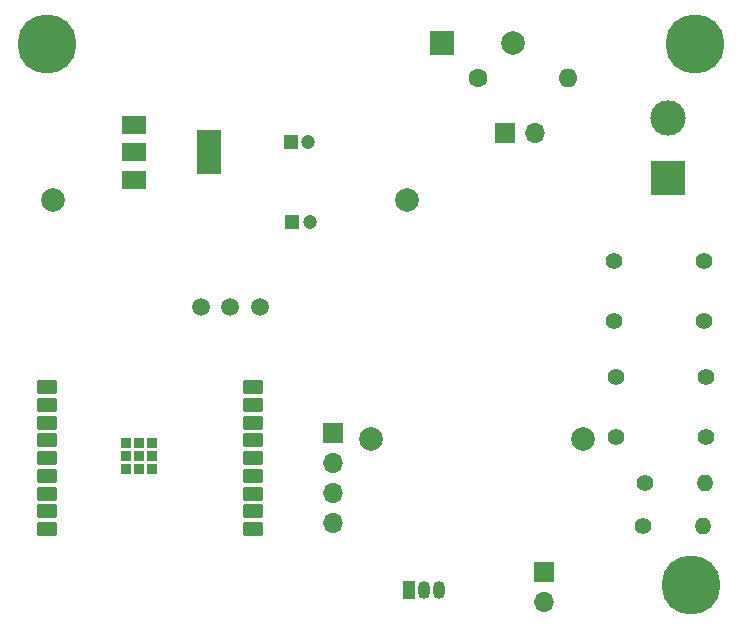
<source format=gbr>
%TF.GenerationSoftware,KiCad,Pcbnew,7.0.7*%
%TF.CreationDate,2025-12-05T14:06:05+01:00*%
%TF.ProjectId,centralv2,63656e74-7261-46c7-9632-2e6b69636164,rev?*%
%TF.SameCoordinates,Original*%
%TF.FileFunction,Soldermask,Top*%
%TF.FilePolarity,Negative*%
%FSLAX46Y46*%
G04 Gerber Fmt 4.6, Leading zero omitted, Abs format (unit mm)*
G04 Created by KiCad (PCBNEW 7.0.7) date 2025-12-05 14:06:05*
%MOMM*%
%LPD*%
G01*
G04 APERTURE LIST*
G04 Aperture macros list*
%AMRoundRect*
0 Rectangle with rounded corners*
0 $1 Rounding radius*
0 $2 $3 $4 $5 $6 $7 $8 $9 X,Y pos of 4 corners*
0 Add a 4 corners polygon primitive as box body*
4,1,4,$2,$3,$4,$5,$6,$7,$8,$9,$2,$3,0*
0 Add four circle primitives for the rounded corners*
1,1,$1+$1,$2,$3*
1,1,$1+$1,$4,$5*
1,1,$1+$1,$6,$7*
1,1,$1+$1,$8,$9*
0 Add four rect primitives between the rounded corners*
20,1,$1+$1,$2,$3,$4,$5,0*
20,1,$1+$1,$4,$5,$6,$7,0*
20,1,$1+$1,$6,$7,$8,$9,0*
20,1,$1+$1,$8,$9,$2,$3,0*%
G04 Aperture macros list end*
%ADD10C,1.397000*%
%ADD11C,2.000000*%
%ADD12C,1.500000*%
%ADD13R,1.700000X1.700000*%
%ADD14O,1.700000X1.700000*%
%ADD15C,5.000000*%
%ADD16R,1.200000X1.200000*%
%ADD17C,1.200000*%
%ADD18R,3.000000X3.000000*%
%ADD19C,3.000000*%
%ADD20R,1.050000X1.500000*%
%ADD21O,1.050000X1.500000*%
%ADD22C,1.400000*%
%ADD23O,1.400000X1.400000*%
%ADD24R,2.000000X1.500000*%
%ADD25R,2.000000X3.800000*%
%ADD26RoundRect,0.102000X0.750000X0.450000X-0.750000X0.450000X-0.750000X-0.450000X0.750000X-0.450000X0*%
%ADD27RoundRect,0.102000X0.350000X0.350000X-0.350000X0.350000X-0.350000X-0.350000X0.350000X-0.350000X0*%
%ADD28R,2.000000X2.000000*%
%ADD29C,1.600000*%
%ADD30O,1.600000X1.600000*%
G04 APERTURE END LIST*
D10*
%TO.C,Reset*%
X109760000Y-59560000D03*
X117380000Y-59560000D03*
X109760000Y-64640000D03*
X117380000Y-64640000D03*
%TD*%
D11*
%TO.C,PIR1*%
X62300000Y-54410000D03*
X92300000Y-54410000D03*
D12*
X74800000Y-63410000D03*
X77300000Y-63410000D03*
X79800000Y-63410000D03*
%TD*%
D13*
%TO.C,Fotoresistencia1*%
X103840000Y-85855000D03*
D14*
X103840000Y-88395000D03*
%TD*%
D13*
%TO.C,Uart*%
X85990000Y-74070000D03*
D14*
X85990000Y-76610000D03*
X85990000Y-79150000D03*
X85990000Y-81690000D03*
%TD*%
D15*
%TO.C,REF3*%
X116310000Y-87020000D03*
%TD*%
D10*
%TO.C,Boot*%
X109990000Y-69330000D03*
X117610000Y-69330000D03*
X109990000Y-74410000D03*
X117610000Y-74410000D03*
%TD*%
D16*
%TO.C,C2*%
X82560000Y-56220000D03*
D17*
X84060000Y-56220000D03*
%TD*%
D18*
%TO.C,Alimentacion220V*%
X114340000Y-52550000D03*
D19*
X114340000Y-47470000D03*
%TD*%
D16*
%TO.C,C1*%
X82420000Y-49510000D03*
D17*
X83920000Y-49510000D03*
%TD*%
D20*
%TO.C,U3*%
X92400000Y-87370000D03*
D21*
X93670000Y-87370000D03*
X94940000Y-87370000D03*
%TD*%
D15*
%TO.C,REF3*%
X61800000Y-41190000D03*
%TD*%
D22*
%TO.C,R2*%
X112240000Y-82010000D03*
D23*
X117320000Y-82010000D03*
%TD*%
D13*
%TO.C,LP*%
X100595000Y-48680000D03*
D14*
X103135000Y-48680000D03*
%TD*%
D24*
%TO.C,U2*%
X69190000Y-48050000D03*
X69190000Y-50350000D03*
X69190000Y-52650000D03*
D25*
X75490000Y-50350000D03*
%TD*%
D26*
%TO.C,U1*%
X79250000Y-82240000D03*
X79250000Y-80740000D03*
X79250000Y-79240000D03*
X79250000Y-77740000D03*
X79250000Y-76240000D03*
X79250000Y-74740000D03*
X79250000Y-73240000D03*
X79250000Y-71740000D03*
X79250000Y-70240000D03*
X61750000Y-70240000D03*
X61750000Y-71740000D03*
X61750000Y-73240000D03*
X61750000Y-74740000D03*
X61750000Y-76240000D03*
X61750000Y-77740000D03*
X61750000Y-79240000D03*
X61750000Y-80740000D03*
X61750000Y-82240000D03*
D27*
X70640000Y-77140000D03*
X69540000Y-77140000D03*
X68440000Y-77140000D03*
X70640000Y-76040000D03*
X69540000Y-76040000D03*
X68440000Y-76040000D03*
X70640000Y-74940000D03*
X69540000Y-74940000D03*
X68440000Y-74940000D03*
%TD*%
D28*
%TO.C,PS2*%
X95200000Y-41060000D03*
D11*
X101200000Y-41060000D03*
X89200000Y-74660000D03*
X107200000Y-74660000D03*
%TD*%
D15*
%TO.C,REF3*%
X116660000Y-41180000D03*
%TD*%
D29*
%TO.C,Res_F*%
X98290000Y-44050000D03*
D30*
X105910000Y-44050000D03*
%TD*%
D22*
%TO.C,R1*%
X112390000Y-78350000D03*
D23*
X117470000Y-78350000D03*
%TD*%
M02*

</source>
